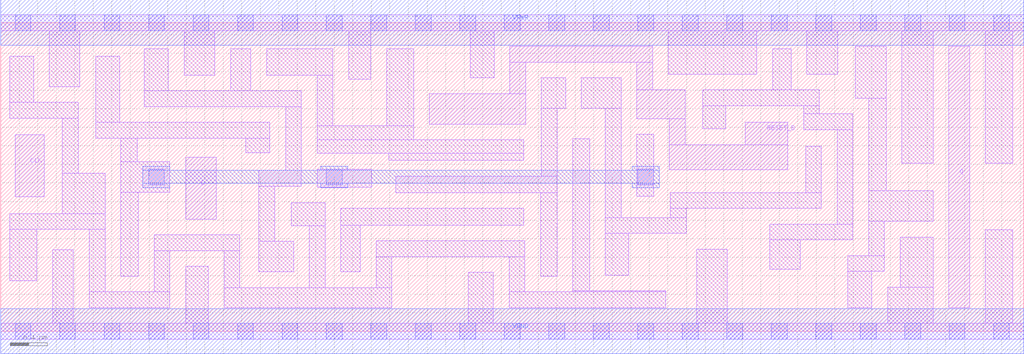
<source format=lef>
# Copyright 2020 The SkyWater PDK Authors
#
# Licensed under the Apache License, Version 2.0 (the "License");
# you may not use this file except in compliance with the License.
# You may obtain a copy of the License at
#
#     https://www.apache.org/licenses/LICENSE-2.0
#
# Unless required by applicable law or agreed to in writing, software
# distributed under the License is distributed on an "AS IS" BASIS,
# WITHOUT WARRANTIES OR CONDITIONS OF ANY KIND, either express or implied.
# See the License for the specific language governing permissions and
# limitations under the License.
#
# SPDX-License-Identifier: Apache-2.0

VERSION 5.7 ;
  NAMESCASESENSITIVE ON ;
  NOWIREEXTENSIONATPIN ON ;
  DIVIDERCHAR "/" ;
  BUSBITCHARS "[]" ;
UNITS
  DATABASE MICRONS 200 ;
END UNITS
MACRO sky130_fd_sc_lp__dfrtp_2
  CLASS CORE ;
  FOREIGN sky130_fd_sc_lp__dfrtp_2 ;
  ORIGIN  0.000000  0.000000 ;
  SIZE  11.04000 BY  3.330000 ;
  SYMMETRY X Y R90 ;
  SITE unit ;
  PIN D
    ANTENNAGATEAREA  0.126000 ;
    DIRECTION INPUT ;
    USE SIGNAL ;
    PORT
      LAYER li1 ;
        RECT 1.995000 1.210000 2.325000 1.880000 ;
    END
  END D
  PIN Q
    ANTENNADIFFAREA  0.588000 ;
    DIRECTION OUTPUT ;
    USE SIGNAL ;
    PORT
      LAYER li1 ;
        RECT 10.230000 0.255000 10.455000 3.075000 ;
    END
  END Q
  PIN RESET_B
    ANTENNAGATEAREA  0.378000 ;
    DIRECTION INPUT ;
    USE SIGNAL ;
    PORT
      LAYER li1 ;
        RECT 4.625000 2.235000 5.665000 2.565000 ;
        RECT 5.495000 2.565000 5.665000 2.905000 ;
        RECT 5.495000 2.905000 7.035000 3.075000 ;
        RECT 6.865000 2.295000 7.385000 2.605000 ;
        RECT 6.865000 2.605000 7.035000 2.905000 ;
        RECT 7.215000 1.745000 8.495000 2.015000 ;
        RECT 7.215000 2.015000 7.385000 2.295000 ;
        RECT 8.035000 2.015000 8.495000 2.255000 ;
    END
  END RESET_B
  PIN CLK
    ANTENNAGATEAREA  0.159000 ;
    DIRECTION INPUT ;
    USE CLOCK ;
    PORT
      LAYER li1 ;
        RECT 0.155000 1.450000 0.470000 2.120000 ;
    END
  END CLK
  PIN VGND
    DIRECTION INOUT ;
    USE GROUND ;
    PORT
      LAYER met1 ;
        RECT 0.000000 -0.245000 11.040000 0.245000 ;
    END
  END VGND
  PIN VPWR
    DIRECTION INOUT ;
    USE POWER ;
    PORT
      LAYER met1 ;
        RECT 0.000000 3.085000 11.040000 3.575000 ;
    END
  END VPWR
  OBS
    LAYER li1 ;
      RECT  0.000000 -0.085000 11.040000 0.085000 ;
      RECT  0.000000  3.245000 11.040000 3.415000 ;
      RECT  0.095000  0.545000  0.390000 1.100000 ;
      RECT  0.095000  1.100000  1.125000 1.270000 ;
      RECT  0.095000  2.300000  0.835000 2.470000 ;
      RECT  0.095000  2.470000  0.355000 2.970000 ;
      RECT  0.525000  2.640000  0.855000 3.245000 ;
      RECT  0.560000  0.085000  0.785000 0.880000 ;
      RECT  0.665000  1.270000  1.125000 1.705000 ;
      RECT  0.665000  1.705000  0.835000 2.300000 ;
      RECT  0.955000  0.255000  1.825000 0.425000 ;
      RECT  0.955000  0.425000  1.125000 1.100000 ;
      RECT  1.025000  2.085000  2.905000 2.255000 ;
      RECT  1.025000  2.255000  1.285000 2.970000 ;
      RECT  1.295000  0.595000  1.485000 1.500000 ;
      RECT  1.295000  1.500000  1.825000 1.830000 ;
      RECT  1.295000  1.830000  1.475000 2.085000 ;
      RECT  1.550000  2.425000  3.245000 2.595000 ;
      RECT  1.550000  2.595000  1.810000 3.050000 ;
      RECT  1.655000  0.425000  1.825000 0.870000 ;
      RECT  1.655000  0.870000  2.580000 1.040000 ;
      RECT  1.980000  2.765000  2.310000 3.245000 ;
      RECT  1.995000  0.085000  2.240000 0.700000 ;
      RECT  2.410000  0.255000  4.220000 0.470000 ;
      RECT  2.410000  0.470000  2.580000 0.870000 ;
      RECT  2.480000  2.595000  2.700000 3.050000 ;
      RECT  2.645000  1.925000  2.905000 2.085000 ;
      RECT  2.785000  0.640000  3.160000 0.970000 ;
      RECT  2.785000  0.970000  2.955000 1.565000 ;
      RECT  2.785000  1.565000  3.245000 1.735000 ;
      RECT  2.870000  2.765000  3.585000 3.050000 ;
      RECT  3.075000  1.735000  3.245000 2.425000 ;
      RECT  3.135000  1.140000  3.500000 1.385000 ;
      RECT  3.330000  0.470000  3.500000 1.140000 ;
      RECT  3.415000  1.555000  4.005000 1.750000 ;
      RECT  3.415000  1.920000  5.645000 2.065000 ;
      RECT  3.415000  2.065000  4.455000 2.220000 ;
      RECT  3.415000  2.220000  3.585000 2.765000 ;
      RECT  3.670000  0.640000  3.880000 1.145000 ;
      RECT  3.670000  1.145000  5.645000 1.325000 ;
      RECT  3.755000  2.720000  3.995000 3.245000 ;
      RECT  4.050000  0.470000  4.220000 0.805000 ;
      RECT  4.050000  0.805000  5.655000 0.975000 ;
      RECT  4.165000  2.220000  4.455000 3.050000 ;
      RECT  4.185000  1.845000  5.645000 1.920000 ;
      RECT  4.265000  1.495000  6.005000 1.675000 ;
      RECT  5.045000  0.085000  5.315000 0.635000 ;
      RECT  5.065000  2.735000  5.325000 3.245000 ;
      RECT  5.485000  0.255000  7.175000 0.425000 ;
      RECT  5.485000  0.425000  5.655000 0.805000 ;
      RECT  5.825000  0.595000  6.005000 1.495000 ;
      RECT  5.835000  1.675000  6.005000 2.405000 ;
      RECT  5.835000  2.405000  6.095000 2.735000 ;
      RECT  6.175000  0.425000  7.175000 0.435000 ;
      RECT  6.175000  0.435000  6.355000 2.075000 ;
      RECT  6.265000  2.405000  6.695000 2.735000 ;
      RECT  6.525000  0.605000  6.775000 1.055000 ;
      RECT  6.525000  1.055000  7.395000 1.225000 ;
      RECT  6.525000  1.225000  6.695000 2.405000 ;
      RECT  6.865000  1.455000  7.045000 2.125000 ;
      RECT  7.205000  2.775000  8.160000 3.245000 ;
      RECT  7.225000  1.225000  7.395000 1.325000 ;
      RECT  7.225000  1.325000  8.855000 1.495000 ;
      RECT  7.510000  0.085000  7.840000 0.885000 ;
      RECT  7.575000  2.185000  7.825000 2.435000 ;
      RECT  7.575000  2.435000  8.835000 2.605000 ;
      RECT  8.300000  0.670000  8.630000 0.985000 ;
      RECT  8.300000  0.985000  9.195000 1.155000 ;
      RECT  8.330000  2.605000  8.530000 3.050000 ;
      RECT  8.665000  2.175000  9.195000 2.345000 ;
      RECT  8.665000  2.345000  8.835000 2.435000 ;
      RECT  8.685000  1.495000  8.855000 1.995000 ;
      RECT  8.700000  2.775000  9.030000 3.245000 ;
      RECT  9.025000  1.155000  9.195000 2.175000 ;
      RECT  9.140000  0.255000  9.400000 0.645000 ;
      RECT  9.140000  0.645000  9.535000 0.815000 ;
      RECT  9.220000  2.515000  9.555000 3.075000 ;
      RECT  9.365000  0.815000  9.535000 1.185000 ;
      RECT  9.365000  1.185000 10.060000 1.515000 ;
      RECT  9.365000  1.515000  9.555000 2.515000 ;
      RECT  9.570000  0.085000 10.060000 0.475000 ;
      RECT  9.705000  0.475000 10.060000 1.015000 ;
      RECT  9.725000  1.815000 10.060000 3.245000 ;
      RECT 10.625000  0.085000 10.920000 1.095000 ;
      RECT 10.625000  1.815000 10.920000 3.245000 ;
    LAYER mcon ;
      RECT  0.155000 -0.085000  0.325000 0.085000 ;
      RECT  0.155000  3.245000  0.325000 3.415000 ;
      RECT  0.635000 -0.085000  0.805000 0.085000 ;
      RECT  0.635000  3.245000  0.805000 3.415000 ;
      RECT  1.115000 -0.085000  1.285000 0.085000 ;
      RECT  1.115000  3.245000  1.285000 3.415000 ;
      RECT  1.595000 -0.085000  1.765000 0.085000 ;
      RECT  1.595000  1.580000  1.765000 1.750000 ;
      RECT  1.595000  3.245000  1.765000 3.415000 ;
      RECT  2.075000 -0.085000  2.245000 0.085000 ;
      RECT  2.075000  3.245000  2.245000 3.415000 ;
      RECT  2.555000 -0.085000  2.725000 0.085000 ;
      RECT  2.555000  3.245000  2.725000 3.415000 ;
      RECT  3.035000 -0.085000  3.205000 0.085000 ;
      RECT  3.035000  3.245000  3.205000 3.415000 ;
      RECT  3.515000 -0.085000  3.685000 0.085000 ;
      RECT  3.515000  1.580000  3.685000 1.750000 ;
      RECT  3.515000  3.245000  3.685000 3.415000 ;
      RECT  3.995000 -0.085000  4.165000 0.085000 ;
      RECT  3.995000  3.245000  4.165000 3.415000 ;
      RECT  4.475000 -0.085000  4.645000 0.085000 ;
      RECT  4.475000  3.245000  4.645000 3.415000 ;
      RECT  4.955000 -0.085000  5.125000 0.085000 ;
      RECT  4.955000  3.245000  5.125000 3.415000 ;
      RECT  5.435000 -0.085000  5.605000 0.085000 ;
      RECT  5.435000  3.245000  5.605000 3.415000 ;
      RECT  5.915000 -0.085000  6.085000 0.085000 ;
      RECT  5.915000  3.245000  6.085000 3.415000 ;
      RECT  6.395000 -0.085000  6.565000 0.085000 ;
      RECT  6.395000  3.245000  6.565000 3.415000 ;
      RECT  6.875000 -0.085000  7.045000 0.085000 ;
      RECT  6.875000  1.580000  7.045000 1.750000 ;
      RECT  6.875000  3.245000  7.045000 3.415000 ;
      RECT  7.355000 -0.085000  7.525000 0.085000 ;
      RECT  7.355000  3.245000  7.525000 3.415000 ;
      RECT  7.835000 -0.085000  8.005000 0.085000 ;
      RECT  7.835000  3.245000  8.005000 3.415000 ;
      RECT  8.315000 -0.085000  8.485000 0.085000 ;
      RECT  8.315000  3.245000  8.485000 3.415000 ;
      RECT  8.795000 -0.085000  8.965000 0.085000 ;
      RECT  8.795000  3.245000  8.965000 3.415000 ;
      RECT  9.275000 -0.085000  9.445000 0.085000 ;
      RECT  9.275000  3.245000  9.445000 3.415000 ;
      RECT  9.755000 -0.085000  9.925000 0.085000 ;
      RECT  9.755000  3.245000  9.925000 3.415000 ;
      RECT 10.235000 -0.085000 10.405000 0.085000 ;
      RECT 10.235000  3.245000 10.405000 3.415000 ;
      RECT 10.715000 -0.085000 10.885000 0.085000 ;
      RECT 10.715000  3.245000 10.885000 3.415000 ;
    LAYER met1 ;
      RECT 1.535000 1.550000 1.825000 1.595000 ;
      RECT 1.535000 1.595000 7.105000 1.735000 ;
      RECT 1.535000 1.735000 1.825000 1.780000 ;
      RECT 3.455000 1.550000 3.745000 1.595000 ;
      RECT 3.455000 1.735000 3.745000 1.780000 ;
      RECT 6.815000 1.550000 7.105000 1.595000 ;
      RECT 6.815000 1.735000 7.105000 1.780000 ;
  END
END sky130_fd_sc_lp__dfrtp_2
END LIBRARY

</source>
